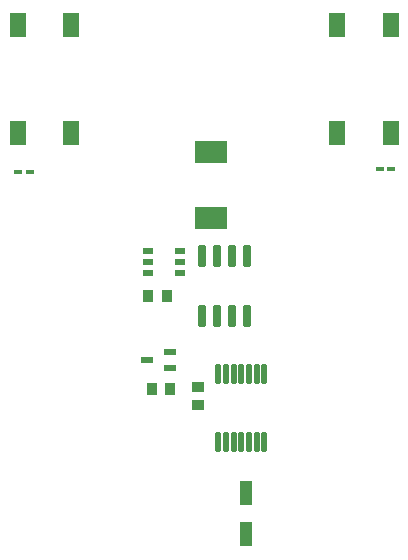
<source format=gtp>
G04 #@! TF.GenerationSoftware,KiCad,Pcbnew,7.0.5*
G04 #@! TF.CreationDate,2023-07-10T18:36:48-07:00*
G04 #@! TF.ProjectId,Breakout,42726561-6b6f-4757-942e-6b696361645f,rev?*
G04 #@! TF.SameCoordinates,Original*
G04 #@! TF.FileFunction,Paste,Top*
G04 #@! TF.FilePolarity,Positive*
%FSLAX46Y46*%
G04 Gerber Fmt 4.6, Leading zero omitted, Abs format (unit mm)*
G04 Created by KiCad (PCBNEW 7.0.5) date 2023-07-10 18:36:48*
%MOMM*%
%LPD*%
G01*
G04 APERTURE LIST*
G04 Aperture macros list*
%AMRoundRect*
0 Rectangle with rounded corners*
0 $1 Rounding radius*
0 $2 $3 $4 $5 $6 $7 $8 $9 X,Y pos of 4 corners*
0 Add a 4 corners polygon primitive as box body*
4,1,4,$2,$3,$4,$5,$6,$7,$8,$9,$2,$3,0*
0 Add four circle primitives for the rounded corners*
1,1,$1+$1,$2,$3*
1,1,$1+$1,$4,$5*
1,1,$1+$1,$6,$7*
1,1,$1+$1,$8,$9*
0 Add four rect primitives between the rounded corners*
20,1,$1+$1,$2,$3,$4,$5,0*
20,1,$1+$1,$4,$5,$6,$7,0*
20,1,$1+$1,$6,$7,$8,$9,0*
20,1,$1+$1,$8,$9,$2,$3,0*%
G04 Aperture macros list end*
%ADD10RoundRect,0.048800X0.256200X-0.871200X0.256200X0.871200X-0.256200X0.871200X-0.256200X-0.871200X0*%
%ADD11R,0.758800X0.350799*%
%ADD12R,0.920000X0.980000*%
%ADD13R,2.667000X1.955800*%
%ADD14R,1.106399X0.466400*%
%ADD15R,1.400000X2.100000*%
%ADD16R,0.980000X0.920000*%
%ADD17R,0.972299X0.558000*%
%ADD18RoundRect,0.020500X-0.184500X0.764500X-0.184500X-0.764500X0.184500X-0.764500X0.184500X0.764500X0*%
%ADD19R,1.092200X2.108200*%
G04 APERTURE END LIST*
D10*
X122620000Y-100060000D03*
X123890000Y-100060000D03*
X125160000Y-100060000D03*
X126430000Y-100060000D03*
X126430000Y-94990000D03*
X125160000Y-94990000D03*
X123890000Y-94990000D03*
X122620000Y-94990000D03*
D11*
X107020600Y-87884000D03*
X107979400Y-87884000D03*
D12*
X119875000Y-106300000D03*
X118325000Y-106300000D03*
D13*
X123300000Y-91781300D03*
X123300000Y-86218700D03*
D14*
X119890600Y-104449999D03*
X119890600Y-103150001D03*
X117909400Y-103800000D03*
D15*
X111500000Y-84550000D03*
X111500000Y-75450000D03*
X107000000Y-75450000D03*
X107000000Y-84550000D03*
D16*
X122225000Y-107600000D03*
X122225000Y-106050000D03*
D17*
X120712451Y-96475001D03*
X120712451Y-95525000D03*
X120712451Y-94574999D03*
X117987549Y-94574999D03*
X117987549Y-95525000D03*
X117987549Y-96475001D03*
D12*
X119575000Y-98425000D03*
X118025000Y-98425000D03*
D15*
X134050000Y-75450000D03*
X134050000Y-84550000D03*
X138550000Y-84550000D03*
X138550000Y-75450000D03*
D18*
X127850000Y-105030000D03*
X127200000Y-105030000D03*
X126550000Y-105030000D03*
X125900000Y-105030000D03*
X125250000Y-105030000D03*
X124600000Y-105030000D03*
X123950000Y-105030000D03*
X123950000Y-110770000D03*
X124600000Y-110770000D03*
X125250000Y-110770000D03*
X125900000Y-110770000D03*
X126550000Y-110770000D03*
X127200000Y-110770000D03*
X127850000Y-110770000D03*
D19*
X126300000Y-115047400D03*
X126300000Y-118552600D03*
D11*
X138581000Y-87630000D03*
X137622200Y-87630000D03*
M02*

</source>
